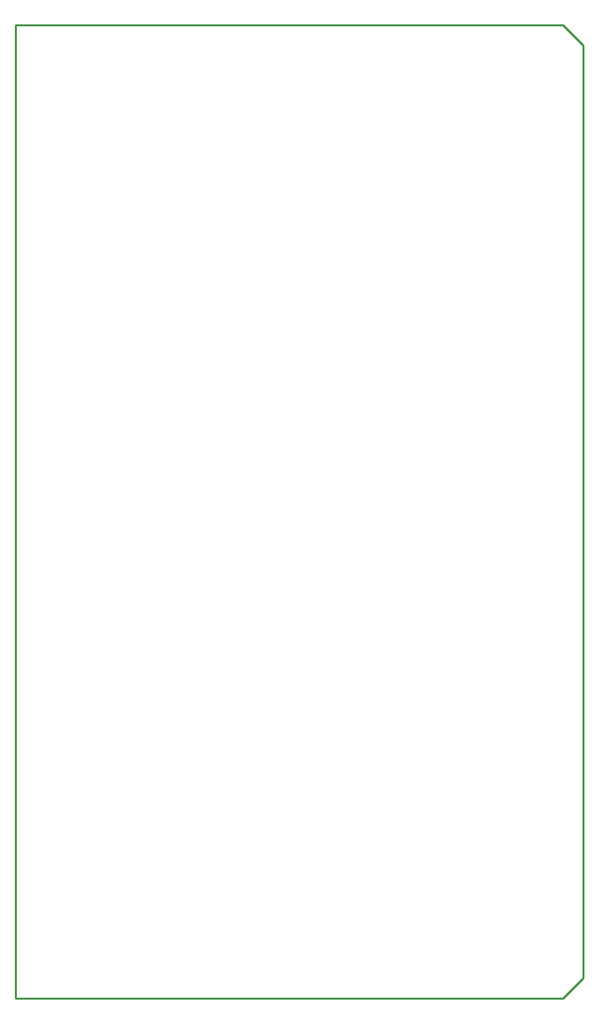
<source format=gko>
G04 Layer: BoardOutlineLayer*
G04 EasyEDA v6.5.32, 2023-07-25 14:04:49*
G04 0f3e630bb97748ac983c4cf8ea4fb351,5a6b42c53f6a479593ecc07194224c93,10*
G04 Gerber Generator version 0.2*
G04 Scale: 100 percent, Rotated: No, Reflected: No *
G04 Dimensions in millimeters *
G04 leading zeros omitted , absolute positions ,4 integer and 5 decimal *
%FSLAX45Y45*%
%MOMM*%

%ADD10C,0.2540*%
D10*
X6858000Y-6350000D02*
G01*
X0Y-6350000D01*
X0Y5842000D01*
X6858000Y5842000D01*
X7112000Y5588000D01*
X7112000Y-6096000D01*
X6858000Y-6350000D01*

%LPD*%
M02*

</source>
